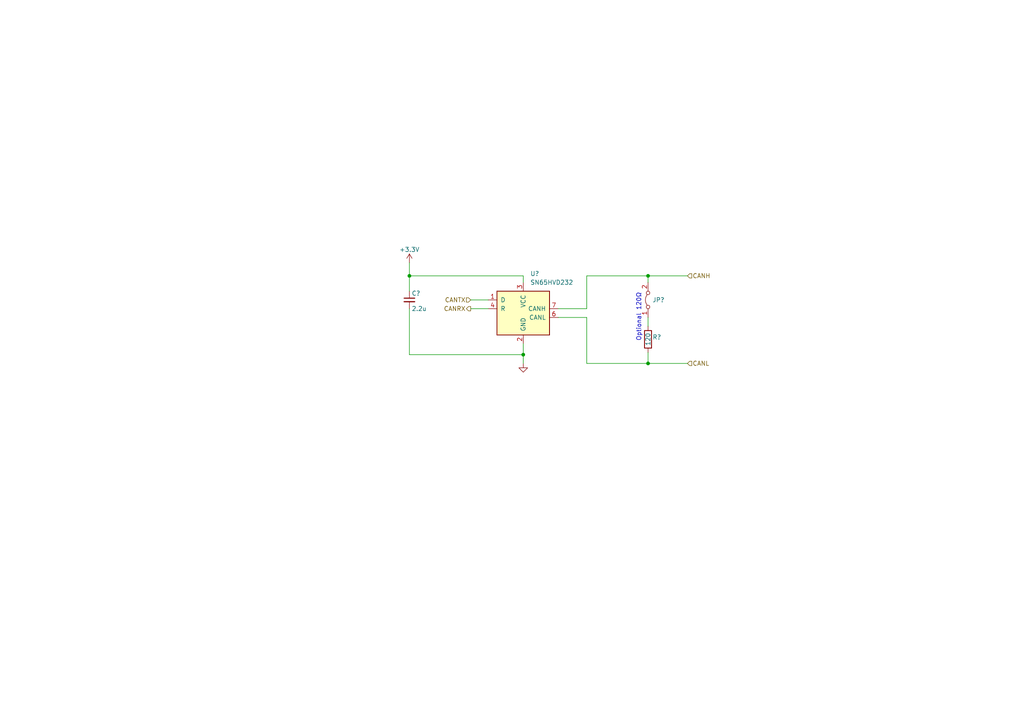
<source format=kicad_sch>
(kicad_sch (version 20211123) (generator eeschema)
  (paper "A4")
  (title_block (title "BLDC motor controller") (date "2022-12-11") (rev "1.0.0"))
  (lib_symbols
    (symbol "Device:C_Small" (pin_numbers hide) (pin_names (offset 0.254) hide)
      (property "Reference" "C" (at 0.254 1.778 0))
      (property "Value" "C_Small" (at 0.254 -2.032 0))
      (symbol "C_Small_0_1"
        (polyline (pts (xy -1.524 -0.508) (xy 1.524 -0.508)) (stroke (width 0.3302)))
        (polyline (pts (xy -1.524 0.508) (xy 1.524 0.508)) (stroke (width 0.3048)))
      )
      (symbol "C_Small_1_1"
        (pin passive line (at 0 2.54 270) (length 2.032) (name "~") (number "1"))
        (pin passive line (at 0 -2.54 90) (length 2.032) (name "~") (number "2"))
      )
    )
    (symbol "Device:R" (pin_numbers hide) (pin_names (offset 0))
      (property "Reference" "R" (at 2.032 0 90))
      (property "Value" "R" (at 0 0 90))
      (symbol "R_0_1"
        (rectangle (start -1.016 -2.54) (end 1.016 2.54) (stroke (width 0.254)))
      )
      (symbol "R_1_1"
        (pin passive line (at 0 3.81 270) (length 1.27) (name "~") (number "1"))
        (pin passive line (at 0 -3.81 90) (length 1.27) (name "~") (number "2"))
      )
    )
    (symbol "Interface_CAN_LIN:SN65HVD232" (pin_names (offset 1.016))
      (property "Reference" "U" (at -2.54 10.16 0))
      (property "Value" "SN65HVD232" (at -2.54 7.62 0))
      (symbol "SN65HVD232_0_1"
        (rectangle (start -7.62 5.08) (end 7.62 -7.62) (stroke (width 0.254)) (fill (type background)))
      )
      (symbol "SN65HVD232_1_1"
        (pin input line (at -10.16 2.54 0) (length 2.54) (name "D") (number "1"))
        (pin power_in line (at 0 -10.16 90) (length 2.54) (name "GND") (number "2"))
        (pin power_in line (at 0 7.62 270) (length 2.54) (name "VCC") (number "3"))
        (pin output line (at -10.16 0 0) (length 2.54) (name "R") (number "4"))
        (pin no_connect line (at -10.16 -2.54 0) (length 2.54) hide (name "NC") (number "5"))
        (pin bidirectional line (at 10.16 -2.54 180) (length 2.54) (name "CANL") (number "6"))
        (pin bidirectional line (at 10.16 0 180) (length 2.54) (name "CANH") (number "7"))
        (pin no_connect line (at -10.16 -5.08 0) (length 2.54) hide (name "NC") (number "8"))
      )
    )
    (symbol "Jumper:Jumper_2_Bridged" (pin_names (offset 0) hide)
      (property "Reference" "JP" (at 0 1.905 0))
      (property "Value" "Jumper_2_Bridged" (at 0 -2.54 0))
      (symbol "Jumper_2_Bridged_0_0"
        (circle (center -2.032 0) (radius 0.508))
        (circle (center 2.032 0) (radius 0.508))
      )
      (symbol "Jumper_2_Bridged_0_1"
        (arc (start 1.524 0.254) (mid 0 0.762) (end -1.524 0.254))
      )
      (symbol "Jumper_2_Bridged_1_1"
        (pin passive line (at -5.08 0 0) (length 2.54) (name "A") (number "1"))
        (pin passive line (at 5.08 0 180) (length 2.54) (name "B") (number "2"))
      )
    )
    (symbol "power:+3.3V" (power) (pin_names (offset 0))
      (property "Value" "+3.3V" (at 0 3.556 0))
      (symbol "+3.3V_0_1"
        (polyline (pts (xy -0.762 1.27) (xy 0 2.54)))
        (polyline (pts (xy 0 0) (xy 0 2.54)))
        (polyline (pts (xy 0 2.54) (xy 0.762 1.27)))
      )
      (symbol "+3.3V_1_1"
        (pin power_in line (at 0 0 90) (length 0) hide (name "+3.3V") (number "1"))
      )
    )
    (symbol "power:GND" (power) (pin_names (offset 0))
      (property "Value" "GND" (at 0 -3.81 0))
      (symbol "GND_0_1"
        (polyline (pts (xy 0 0) (xy 0 -1.27) (xy 1.27 -1.27) (xy 0 -2.54) (xy -1.27 -1.27) (xy 0 -1.27)))
      )
      (symbol "GND_1_1"
        (pin power_in line (at 0 0 270) (length 0) hide (name "GND") (number "1"))
      )
    )
  )
  (junction (at 118.745 80.01))
  (junction (at 187.96 80.01))
  (junction (at 151.765 102.87))
  (junction (at 187.96 105.41))
  (wire (pts (xy 170.18 80.01) (xy 170.18 89.535)))
  (wire (pts (xy 187.96 105.41) (xy 199.39 105.41)))
  (wire (pts (xy 151.765 99.695) (xy 151.765 102.87)))
  (wire (pts (xy 170.18 92.075) (xy 170.18 105.41)))
  (wire (pts (xy 151.765 102.87) (xy 151.765 105.41)))
  (wire (pts (xy 118.745 80.01) (xy 151.765 80.01)))
  (wire (pts (xy 118.745 89.535) (xy 118.745 102.87)))
  (wire (pts (xy 118.745 76.2) (xy 118.745 80.01)))
  (wire (pts (xy 170.18 105.41) (xy 187.96 105.41)))
  (wire (pts (xy 118.745 80.01) (xy 118.745 84.455)))
  (wire (pts (xy 161.925 89.535) (xy 170.18 89.535)))
  (wire (pts (xy 170.18 80.01) (xy 187.96 80.01)))
  (wire (pts (xy 136.525 89.535) (xy 141.605 89.535)))
  (wire (pts (xy 151.765 81.915) (xy 151.765 80.01)))
  (wire (pts (xy 161.925 92.075) (xy 170.18 92.075)))
  (wire (pts (xy 187.96 92.075) (xy 187.96 94.615)))
  (wire (pts (xy 136.525 86.995) (xy 141.605 86.995)))
  (wire (pts (xy 187.96 80.01) (xy 199.39 80.01)))
  (wire (pts (xy 187.96 102.235) (xy 187.96 105.41)))
  (wire (pts (xy 187.96 81.915) (xy 187.96 80.01)))
  (wire (pts (xy 118.745 102.87) (xy 151.765 102.87)))
  (text "Optional 120Ω" (at 186.055 99.06 90) (effects (font (size 1.27 1.27)) (justify left bottom)))
  (hierarchical_label "CANTX" (shape input) (at 136.525 86.995 180))
  (hierarchical_label "CANH" (shape input) (at 199.39 80.01 0))
  (hierarchical_label "CANRX" (shape output) (at 136.525 89.535 180))
  (hierarchical_label "CANL" (shape input) (at 199.39 105.41 0))
  (symbol (lib_id "Device:C_Small") (at 118.745 86.995 0) (unit 1)
    (property "Reference" "C?" (at 119.38 85.09 0) (effects (justify left)))
    (property "Value" "2.2u" (at 119.38 89.535 0) (effects (justify left)))
  )
  (symbol (lib_id "Device:R") (at 187.96 98.425 0) (unit 1)
    (property "Reference" "R?" (at 189.23 97.79 0) (effects (justify left)))
    (property "Value" "120" (at 187.96 100.33 90) (effects (justify left)))
  )
  (symbol (lib_id "Jumper:Jumper_2_Bridged") (at 187.96 86.995 90) (unit 1)
    (property "Reference" "JP?" (at 189.23 86.995 90) (effects (justify right)))
    (property "Value" "Jumper" (effects hide))
  )
  (symbol (lib_id "power:GND") (at 151.765 105.41 0) (unit 1)
    (property "Reference" "#GND" (effects hide))
    (property "Value" "GND" (effects hide))
  )
  (symbol (lib_id "power:+3.3V") (at 118.745 76.2 0) (unit 1)
    (property "Reference" "#PWR3.3" (effects hide))
    (property "Value" "+3.3V" (at 118.745 72.39 0))
  )
  (symbol (lib_id "Interface_CAN_LIN:SN65HVD232") (at 151.765 89.535 0) (unit 1)
    (property "Reference" "U?" (at 153.7844 79.375 0) (effects (justify left)))
    (property "Value" "SN65HVD232" (at 153.7844 81.915 0) (effects (justify left)))
    (property "Footprint" "Package_SO:SOIC-8_3.9x4.9mm_P1.27mm" (effects hide))
    (property "Datasheet" "http://www.ti.com/lit/ds/symlink/sn65hvd230.pdf" (effects hide))
  )
)
</source>
